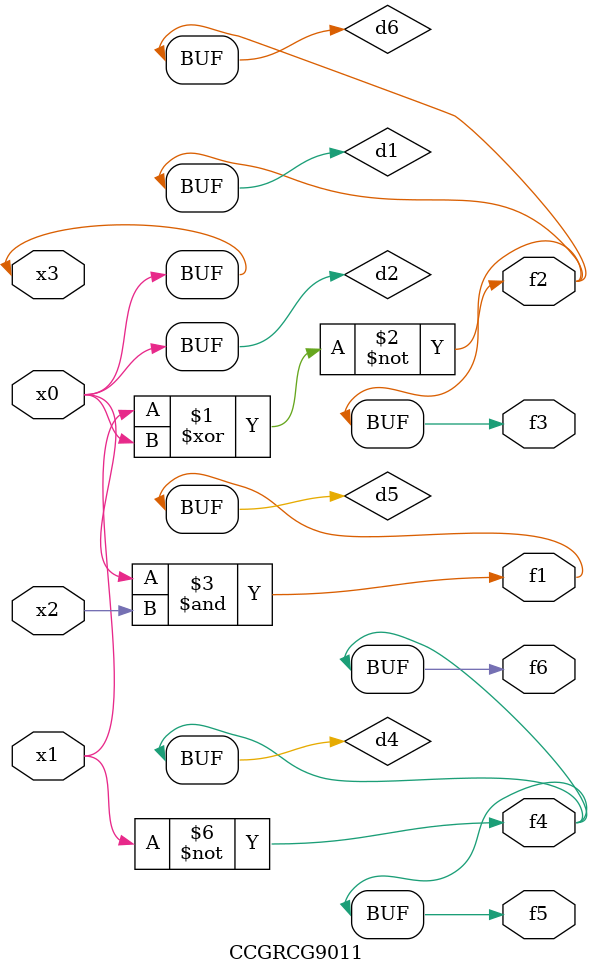
<source format=v>
module CCGRCG9011(
	input x0, x1, x2, x3,
	output f1, f2, f3, f4, f5, f6
);

	wire d1, d2, d3, d4, d5, d6;

	xnor (d1, x1, x3);
	buf (d2, x0, x3);
	nand (d3, x0, x2);
	not (d4, x1);
	nand (d5, d3);
	or (d6, d1);
	assign f1 = d5;
	assign f2 = d6;
	assign f3 = d6;
	assign f4 = d4;
	assign f5 = d4;
	assign f6 = d4;
endmodule

</source>
